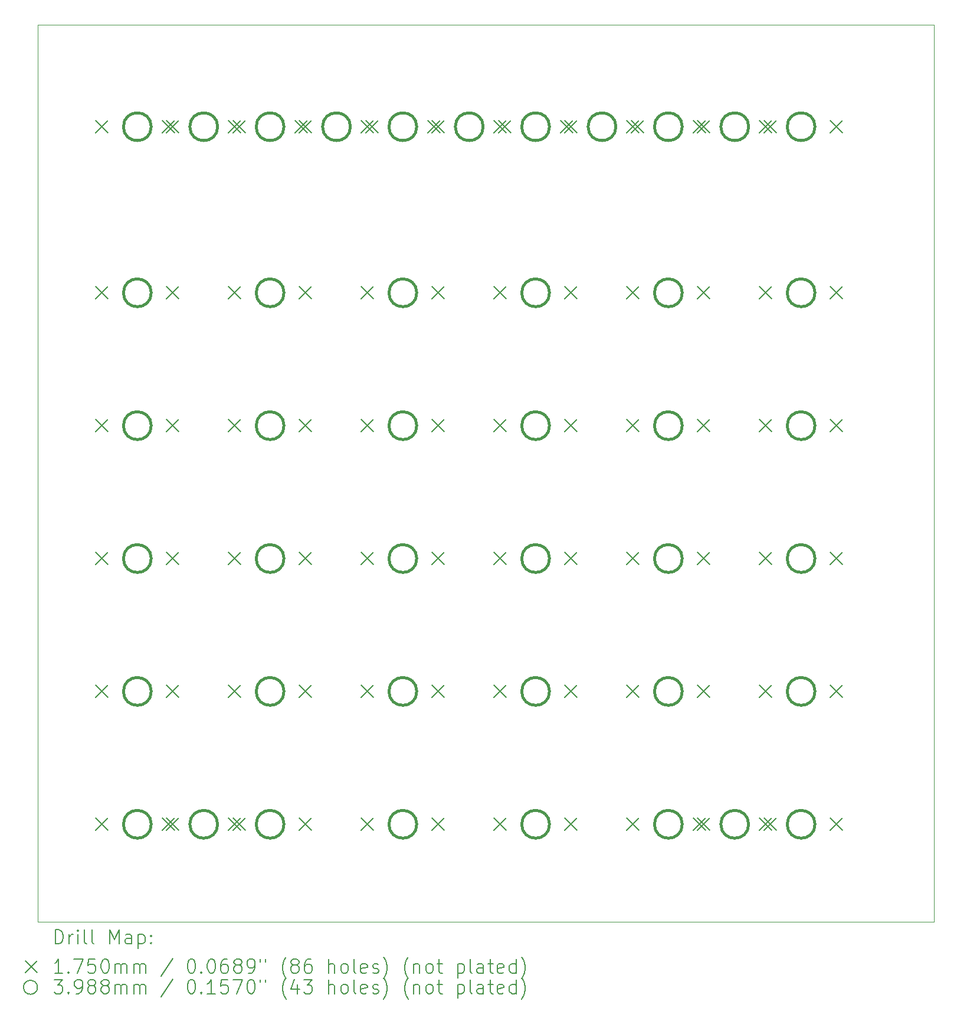
<source format=gbr>
%TF.GenerationSoftware,KiCad,Pcbnew,(6.0.9)*%
%TF.CreationDate,2022-11-26T17:52:28+01:00*%
%TF.ProjectId,tekskey,74656b73-6b65-4792-9e6b-696361645f70,rev?*%
%TF.SameCoordinates,Original*%
%TF.FileFunction,Drillmap*%
%TF.FilePolarity,Positive*%
%FSLAX45Y45*%
G04 Gerber Fmt 4.5, Leading zero omitted, Abs format (unit mm)*
G04 Created by KiCad (PCBNEW (6.0.9)) date 2022-11-26 17:52:28*
%MOMM*%
%LPD*%
G01*
G04 APERTURE LIST*
%ADD10C,0.100000*%
%ADD11C,0.200000*%
%ADD12C,0.175000*%
%ADD13C,0.398780*%
G04 APERTURE END LIST*
D10*
X3333750Y-2381250D02*
X16192500Y-2381250D01*
X16192500Y-2381250D02*
X16192500Y-15240000D01*
X16192500Y-15240000D02*
X3333750Y-15240000D01*
X3333750Y-15240000D02*
X3333750Y-2381250D01*
D11*
D12*
X4167000Y-3754250D02*
X4342000Y-3929250D01*
X4342000Y-3754250D02*
X4167000Y-3929250D01*
X4167000Y-6135500D02*
X4342000Y-6310500D01*
X4342000Y-6135500D02*
X4167000Y-6310500D01*
X4167000Y-8040500D02*
X4342000Y-8215500D01*
X4342000Y-8040500D02*
X4167000Y-8215500D01*
X4167000Y-9945500D02*
X4342000Y-10120500D01*
X4342000Y-9945500D02*
X4167000Y-10120500D01*
X4167000Y-11850500D02*
X4342000Y-12025500D01*
X4342000Y-11850500D02*
X4167000Y-12025500D01*
X4167000Y-13755500D02*
X4342000Y-13930500D01*
X4342000Y-13755500D02*
X4167000Y-13930500D01*
X5119500Y-3754250D02*
X5294500Y-3929250D01*
X5294500Y-3754250D02*
X5119500Y-3929250D01*
X5119500Y-13755500D02*
X5294500Y-13930500D01*
X5294500Y-13755500D02*
X5119500Y-13930500D01*
X5183000Y-3754250D02*
X5358000Y-3929250D01*
X5358000Y-3754250D02*
X5183000Y-3929250D01*
X5183000Y-6135500D02*
X5358000Y-6310500D01*
X5358000Y-6135500D02*
X5183000Y-6310500D01*
X5183000Y-8040500D02*
X5358000Y-8215500D01*
X5358000Y-8040500D02*
X5183000Y-8215500D01*
X5183000Y-9945500D02*
X5358000Y-10120500D01*
X5358000Y-9945500D02*
X5183000Y-10120500D01*
X5183000Y-11850500D02*
X5358000Y-12025500D01*
X5358000Y-11850500D02*
X5183000Y-12025500D01*
X5183000Y-13755500D02*
X5358000Y-13930500D01*
X5358000Y-13755500D02*
X5183000Y-13930500D01*
X6072000Y-3754250D02*
X6247000Y-3929250D01*
X6247000Y-3754250D02*
X6072000Y-3929250D01*
X6072000Y-6135500D02*
X6247000Y-6310500D01*
X6247000Y-6135500D02*
X6072000Y-6310500D01*
X6072000Y-8040500D02*
X6247000Y-8215500D01*
X6247000Y-8040500D02*
X6072000Y-8215500D01*
X6072000Y-9945500D02*
X6247000Y-10120500D01*
X6247000Y-9945500D02*
X6072000Y-10120500D01*
X6072000Y-11850500D02*
X6247000Y-12025500D01*
X6247000Y-11850500D02*
X6072000Y-12025500D01*
X6072000Y-13755500D02*
X6247000Y-13930500D01*
X6247000Y-13755500D02*
X6072000Y-13930500D01*
X6135500Y-3754250D02*
X6310500Y-3929250D01*
X6310500Y-3754250D02*
X6135500Y-3929250D01*
X6135500Y-13755500D02*
X6310500Y-13930500D01*
X6310500Y-13755500D02*
X6135500Y-13930500D01*
X7024500Y-3754250D02*
X7199500Y-3929250D01*
X7199500Y-3754250D02*
X7024500Y-3929250D01*
X7088000Y-3754250D02*
X7263000Y-3929250D01*
X7263000Y-3754250D02*
X7088000Y-3929250D01*
X7088000Y-6135500D02*
X7263000Y-6310500D01*
X7263000Y-6135500D02*
X7088000Y-6310500D01*
X7088000Y-8040500D02*
X7263000Y-8215500D01*
X7263000Y-8040500D02*
X7088000Y-8215500D01*
X7088000Y-9945500D02*
X7263000Y-10120500D01*
X7263000Y-9945500D02*
X7088000Y-10120500D01*
X7088000Y-11850500D02*
X7263000Y-12025500D01*
X7263000Y-11850500D02*
X7088000Y-12025500D01*
X7088000Y-13755500D02*
X7263000Y-13930500D01*
X7263000Y-13755500D02*
X7088000Y-13930500D01*
X7977000Y-3754250D02*
X8152000Y-3929250D01*
X8152000Y-3754250D02*
X7977000Y-3929250D01*
X7977000Y-6135500D02*
X8152000Y-6310500D01*
X8152000Y-6135500D02*
X7977000Y-6310500D01*
X7977000Y-8040500D02*
X8152000Y-8215500D01*
X8152000Y-8040500D02*
X7977000Y-8215500D01*
X7977000Y-9945500D02*
X8152000Y-10120500D01*
X8152000Y-9945500D02*
X7977000Y-10120500D01*
X7977000Y-11850500D02*
X8152000Y-12025500D01*
X8152000Y-11850500D02*
X7977000Y-12025500D01*
X7977000Y-13755500D02*
X8152000Y-13930500D01*
X8152000Y-13755500D02*
X7977000Y-13930500D01*
X8040500Y-3754250D02*
X8215500Y-3929250D01*
X8215500Y-3754250D02*
X8040500Y-3929250D01*
X8929500Y-3754250D02*
X9104500Y-3929250D01*
X9104500Y-3754250D02*
X8929500Y-3929250D01*
X8993000Y-3754250D02*
X9168000Y-3929250D01*
X9168000Y-3754250D02*
X8993000Y-3929250D01*
X8993000Y-6135500D02*
X9168000Y-6310500D01*
X9168000Y-6135500D02*
X8993000Y-6310500D01*
X8993000Y-8040500D02*
X9168000Y-8215500D01*
X9168000Y-8040500D02*
X8993000Y-8215500D01*
X8993000Y-9945500D02*
X9168000Y-10120500D01*
X9168000Y-9945500D02*
X8993000Y-10120500D01*
X8993000Y-11850500D02*
X9168000Y-12025500D01*
X9168000Y-11850500D02*
X8993000Y-12025500D01*
X8993000Y-13755500D02*
X9168000Y-13930500D01*
X9168000Y-13755500D02*
X8993000Y-13930500D01*
X9882000Y-3754250D02*
X10057000Y-3929250D01*
X10057000Y-3754250D02*
X9882000Y-3929250D01*
X9882000Y-6135500D02*
X10057000Y-6310500D01*
X10057000Y-6135500D02*
X9882000Y-6310500D01*
X9882000Y-8040500D02*
X10057000Y-8215500D01*
X10057000Y-8040500D02*
X9882000Y-8215500D01*
X9882000Y-9945500D02*
X10057000Y-10120500D01*
X10057000Y-9945500D02*
X9882000Y-10120500D01*
X9882000Y-11850500D02*
X10057000Y-12025500D01*
X10057000Y-11850500D02*
X9882000Y-12025500D01*
X9882000Y-13755500D02*
X10057000Y-13930500D01*
X10057000Y-13755500D02*
X9882000Y-13930500D01*
X9945500Y-3754250D02*
X10120500Y-3929250D01*
X10120500Y-3754250D02*
X9945500Y-3929250D01*
X10834500Y-3754250D02*
X11009500Y-3929250D01*
X11009500Y-3754250D02*
X10834500Y-3929250D01*
X10898000Y-3754250D02*
X11073000Y-3929250D01*
X11073000Y-3754250D02*
X10898000Y-3929250D01*
X10898000Y-6135500D02*
X11073000Y-6310500D01*
X11073000Y-6135500D02*
X10898000Y-6310500D01*
X10898000Y-8040500D02*
X11073000Y-8215500D01*
X11073000Y-8040500D02*
X10898000Y-8215500D01*
X10898000Y-9945500D02*
X11073000Y-10120500D01*
X11073000Y-9945500D02*
X10898000Y-10120500D01*
X10898000Y-11850500D02*
X11073000Y-12025500D01*
X11073000Y-11850500D02*
X10898000Y-12025500D01*
X10898000Y-13755500D02*
X11073000Y-13930500D01*
X11073000Y-13755500D02*
X10898000Y-13930500D01*
X11787000Y-3754250D02*
X11962000Y-3929250D01*
X11962000Y-3754250D02*
X11787000Y-3929250D01*
X11787000Y-6135500D02*
X11962000Y-6310500D01*
X11962000Y-6135500D02*
X11787000Y-6310500D01*
X11787000Y-8040500D02*
X11962000Y-8215500D01*
X11962000Y-8040500D02*
X11787000Y-8215500D01*
X11787000Y-9945500D02*
X11962000Y-10120500D01*
X11962000Y-9945500D02*
X11787000Y-10120500D01*
X11787000Y-11850500D02*
X11962000Y-12025500D01*
X11962000Y-11850500D02*
X11787000Y-12025500D01*
X11787000Y-13755500D02*
X11962000Y-13930500D01*
X11962000Y-13755500D02*
X11787000Y-13930500D01*
X11850500Y-3754250D02*
X12025500Y-3929250D01*
X12025500Y-3754250D02*
X11850500Y-3929250D01*
X12739500Y-3754250D02*
X12914500Y-3929250D01*
X12914500Y-3754250D02*
X12739500Y-3929250D01*
X12739500Y-13755500D02*
X12914500Y-13930500D01*
X12914500Y-13755500D02*
X12739500Y-13930500D01*
X12803000Y-3754250D02*
X12978000Y-3929250D01*
X12978000Y-3754250D02*
X12803000Y-3929250D01*
X12803000Y-6135500D02*
X12978000Y-6310500D01*
X12978000Y-6135500D02*
X12803000Y-6310500D01*
X12803000Y-8040500D02*
X12978000Y-8215500D01*
X12978000Y-8040500D02*
X12803000Y-8215500D01*
X12803000Y-9945500D02*
X12978000Y-10120500D01*
X12978000Y-9945500D02*
X12803000Y-10120500D01*
X12803000Y-11850500D02*
X12978000Y-12025500D01*
X12978000Y-11850500D02*
X12803000Y-12025500D01*
X12803000Y-13755500D02*
X12978000Y-13930500D01*
X12978000Y-13755500D02*
X12803000Y-13930500D01*
X13692000Y-3754250D02*
X13867000Y-3929250D01*
X13867000Y-3754250D02*
X13692000Y-3929250D01*
X13692000Y-6135500D02*
X13867000Y-6310500D01*
X13867000Y-6135500D02*
X13692000Y-6310500D01*
X13692000Y-8040500D02*
X13867000Y-8215500D01*
X13867000Y-8040500D02*
X13692000Y-8215500D01*
X13692000Y-9945500D02*
X13867000Y-10120500D01*
X13867000Y-9945500D02*
X13692000Y-10120500D01*
X13692000Y-11850500D02*
X13867000Y-12025500D01*
X13867000Y-11850500D02*
X13692000Y-12025500D01*
X13692000Y-13755500D02*
X13867000Y-13930500D01*
X13867000Y-13755500D02*
X13692000Y-13930500D01*
X13755500Y-3754250D02*
X13930500Y-3929250D01*
X13930500Y-3754250D02*
X13755500Y-3929250D01*
X13755500Y-13755500D02*
X13930500Y-13930500D01*
X13930500Y-13755500D02*
X13755500Y-13930500D01*
X14708000Y-3754250D02*
X14883000Y-3929250D01*
X14883000Y-3754250D02*
X14708000Y-3929250D01*
X14708000Y-6135500D02*
X14883000Y-6310500D01*
X14883000Y-6135500D02*
X14708000Y-6310500D01*
X14708000Y-8040500D02*
X14883000Y-8215500D01*
X14883000Y-8040500D02*
X14708000Y-8215500D01*
X14708000Y-9945500D02*
X14883000Y-10120500D01*
X14883000Y-9945500D02*
X14708000Y-10120500D01*
X14708000Y-11850500D02*
X14883000Y-12025500D01*
X14883000Y-11850500D02*
X14708000Y-12025500D01*
X14708000Y-13755500D02*
X14883000Y-13930500D01*
X14883000Y-13755500D02*
X14708000Y-13930500D01*
D13*
X4961890Y-3841750D02*
G75*
G03*
X4961890Y-3841750I-199390J0D01*
G01*
X4961890Y-6223000D02*
G75*
G03*
X4961890Y-6223000I-199390J0D01*
G01*
X4961890Y-8128000D02*
G75*
G03*
X4961890Y-8128000I-199390J0D01*
G01*
X4961890Y-10033000D02*
G75*
G03*
X4961890Y-10033000I-199390J0D01*
G01*
X4961890Y-11938000D02*
G75*
G03*
X4961890Y-11938000I-199390J0D01*
G01*
X4961890Y-13843000D02*
G75*
G03*
X4961890Y-13843000I-199390J0D01*
G01*
X5914390Y-3841750D02*
G75*
G03*
X5914390Y-3841750I-199390J0D01*
G01*
X5914390Y-13843000D02*
G75*
G03*
X5914390Y-13843000I-199390J0D01*
G01*
X6866890Y-3841750D02*
G75*
G03*
X6866890Y-3841750I-199390J0D01*
G01*
X6866890Y-6223000D02*
G75*
G03*
X6866890Y-6223000I-199390J0D01*
G01*
X6866890Y-8128000D02*
G75*
G03*
X6866890Y-8128000I-199390J0D01*
G01*
X6866890Y-10033000D02*
G75*
G03*
X6866890Y-10033000I-199390J0D01*
G01*
X6866890Y-11938000D02*
G75*
G03*
X6866890Y-11938000I-199390J0D01*
G01*
X6866890Y-13843000D02*
G75*
G03*
X6866890Y-13843000I-199390J0D01*
G01*
X7819390Y-3841750D02*
G75*
G03*
X7819390Y-3841750I-199390J0D01*
G01*
X8771890Y-3841750D02*
G75*
G03*
X8771890Y-3841750I-199390J0D01*
G01*
X8771890Y-6223000D02*
G75*
G03*
X8771890Y-6223000I-199390J0D01*
G01*
X8771890Y-8128000D02*
G75*
G03*
X8771890Y-8128000I-199390J0D01*
G01*
X8771890Y-10033000D02*
G75*
G03*
X8771890Y-10033000I-199390J0D01*
G01*
X8771890Y-11938000D02*
G75*
G03*
X8771890Y-11938000I-199390J0D01*
G01*
X8771890Y-13843000D02*
G75*
G03*
X8771890Y-13843000I-199390J0D01*
G01*
X9724390Y-3841750D02*
G75*
G03*
X9724390Y-3841750I-199390J0D01*
G01*
X10676890Y-3841750D02*
G75*
G03*
X10676890Y-3841750I-199390J0D01*
G01*
X10676890Y-6223000D02*
G75*
G03*
X10676890Y-6223000I-199390J0D01*
G01*
X10676890Y-8128000D02*
G75*
G03*
X10676890Y-8128000I-199390J0D01*
G01*
X10676890Y-10033000D02*
G75*
G03*
X10676890Y-10033000I-199390J0D01*
G01*
X10676890Y-11938000D02*
G75*
G03*
X10676890Y-11938000I-199390J0D01*
G01*
X10676890Y-13843000D02*
G75*
G03*
X10676890Y-13843000I-199390J0D01*
G01*
X11629390Y-3841750D02*
G75*
G03*
X11629390Y-3841750I-199390J0D01*
G01*
X12581890Y-3841750D02*
G75*
G03*
X12581890Y-3841750I-199390J0D01*
G01*
X12581890Y-6223000D02*
G75*
G03*
X12581890Y-6223000I-199390J0D01*
G01*
X12581890Y-8128000D02*
G75*
G03*
X12581890Y-8128000I-199390J0D01*
G01*
X12581890Y-10033000D02*
G75*
G03*
X12581890Y-10033000I-199390J0D01*
G01*
X12581890Y-11938000D02*
G75*
G03*
X12581890Y-11938000I-199390J0D01*
G01*
X12581890Y-13843000D02*
G75*
G03*
X12581890Y-13843000I-199390J0D01*
G01*
X13534390Y-3841750D02*
G75*
G03*
X13534390Y-3841750I-199390J0D01*
G01*
X13534390Y-13843000D02*
G75*
G03*
X13534390Y-13843000I-199390J0D01*
G01*
X14486890Y-3841750D02*
G75*
G03*
X14486890Y-3841750I-199390J0D01*
G01*
X14486890Y-6223000D02*
G75*
G03*
X14486890Y-6223000I-199390J0D01*
G01*
X14486890Y-8128000D02*
G75*
G03*
X14486890Y-8128000I-199390J0D01*
G01*
X14486890Y-10033000D02*
G75*
G03*
X14486890Y-10033000I-199390J0D01*
G01*
X14486890Y-11938000D02*
G75*
G03*
X14486890Y-11938000I-199390J0D01*
G01*
X14486890Y-13843000D02*
G75*
G03*
X14486890Y-13843000I-199390J0D01*
G01*
D11*
X3586369Y-15555476D02*
X3586369Y-15355476D01*
X3633988Y-15355476D01*
X3662559Y-15365000D01*
X3681607Y-15384048D01*
X3691131Y-15403095D01*
X3700655Y-15441190D01*
X3700655Y-15469762D01*
X3691131Y-15507857D01*
X3681607Y-15526905D01*
X3662559Y-15545952D01*
X3633988Y-15555476D01*
X3586369Y-15555476D01*
X3786369Y-15555476D02*
X3786369Y-15422143D01*
X3786369Y-15460238D02*
X3795893Y-15441190D01*
X3805417Y-15431667D01*
X3824464Y-15422143D01*
X3843512Y-15422143D01*
X3910178Y-15555476D02*
X3910178Y-15422143D01*
X3910178Y-15355476D02*
X3900655Y-15365000D01*
X3910178Y-15374524D01*
X3919702Y-15365000D01*
X3910178Y-15355476D01*
X3910178Y-15374524D01*
X4033988Y-15555476D02*
X4014940Y-15545952D01*
X4005417Y-15526905D01*
X4005417Y-15355476D01*
X4138750Y-15555476D02*
X4119702Y-15545952D01*
X4110178Y-15526905D01*
X4110178Y-15355476D01*
X4367321Y-15555476D02*
X4367321Y-15355476D01*
X4433988Y-15498333D01*
X4500655Y-15355476D01*
X4500655Y-15555476D01*
X4681607Y-15555476D02*
X4681607Y-15450714D01*
X4672083Y-15431667D01*
X4653036Y-15422143D01*
X4614940Y-15422143D01*
X4595893Y-15431667D01*
X4681607Y-15545952D02*
X4662560Y-15555476D01*
X4614940Y-15555476D01*
X4595893Y-15545952D01*
X4586369Y-15526905D01*
X4586369Y-15507857D01*
X4595893Y-15488809D01*
X4614940Y-15479286D01*
X4662560Y-15479286D01*
X4681607Y-15469762D01*
X4776845Y-15422143D02*
X4776845Y-15622143D01*
X4776845Y-15431667D02*
X4795893Y-15422143D01*
X4833988Y-15422143D01*
X4853036Y-15431667D01*
X4862560Y-15441190D01*
X4872083Y-15460238D01*
X4872083Y-15517381D01*
X4862560Y-15536428D01*
X4853036Y-15545952D01*
X4833988Y-15555476D01*
X4795893Y-15555476D01*
X4776845Y-15545952D01*
X4957798Y-15536428D02*
X4967321Y-15545952D01*
X4957798Y-15555476D01*
X4948274Y-15545952D01*
X4957798Y-15536428D01*
X4957798Y-15555476D01*
X4957798Y-15431667D02*
X4967321Y-15441190D01*
X4957798Y-15450714D01*
X4948274Y-15441190D01*
X4957798Y-15431667D01*
X4957798Y-15450714D01*
D12*
X3153750Y-15797500D02*
X3328750Y-15972500D01*
X3328750Y-15797500D02*
X3153750Y-15972500D01*
D11*
X3691131Y-15975476D02*
X3576845Y-15975476D01*
X3633988Y-15975476D02*
X3633988Y-15775476D01*
X3614940Y-15804048D01*
X3595893Y-15823095D01*
X3576845Y-15832619D01*
X3776845Y-15956428D02*
X3786369Y-15965952D01*
X3776845Y-15975476D01*
X3767321Y-15965952D01*
X3776845Y-15956428D01*
X3776845Y-15975476D01*
X3853036Y-15775476D02*
X3986369Y-15775476D01*
X3900655Y-15975476D01*
X4157798Y-15775476D02*
X4062559Y-15775476D01*
X4053036Y-15870714D01*
X4062559Y-15861190D01*
X4081607Y-15851667D01*
X4129226Y-15851667D01*
X4148274Y-15861190D01*
X4157798Y-15870714D01*
X4167321Y-15889762D01*
X4167321Y-15937381D01*
X4157798Y-15956428D01*
X4148274Y-15965952D01*
X4129226Y-15975476D01*
X4081607Y-15975476D01*
X4062559Y-15965952D01*
X4053036Y-15956428D01*
X4291131Y-15775476D02*
X4310179Y-15775476D01*
X4329226Y-15785000D01*
X4338750Y-15794524D01*
X4348274Y-15813571D01*
X4357798Y-15851667D01*
X4357798Y-15899286D01*
X4348274Y-15937381D01*
X4338750Y-15956428D01*
X4329226Y-15965952D01*
X4310179Y-15975476D01*
X4291131Y-15975476D01*
X4272083Y-15965952D01*
X4262560Y-15956428D01*
X4253036Y-15937381D01*
X4243512Y-15899286D01*
X4243512Y-15851667D01*
X4253036Y-15813571D01*
X4262560Y-15794524D01*
X4272083Y-15785000D01*
X4291131Y-15775476D01*
X4443512Y-15975476D02*
X4443512Y-15842143D01*
X4443512Y-15861190D02*
X4453036Y-15851667D01*
X4472083Y-15842143D01*
X4500655Y-15842143D01*
X4519702Y-15851667D01*
X4529226Y-15870714D01*
X4529226Y-15975476D01*
X4529226Y-15870714D02*
X4538750Y-15851667D01*
X4557798Y-15842143D01*
X4586369Y-15842143D01*
X4605417Y-15851667D01*
X4614940Y-15870714D01*
X4614940Y-15975476D01*
X4710179Y-15975476D02*
X4710179Y-15842143D01*
X4710179Y-15861190D02*
X4719702Y-15851667D01*
X4738750Y-15842143D01*
X4767321Y-15842143D01*
X4786369Y-15851667D01*
X4795893Y-15870714D01*
X4795893Y-15975476D01*
X4795893Y-15870714D02*
X4805417Y-15851667D01*
X4824464Y-15842143D01*
X4853036Y-15842143D01*
X4872083Y-15851667D01*
X4881607Y-15870714D01*
X4881607Y-15975476D01*
X5272083Y-15765952D02*
X5100655Y-16023095D01*
X5529226Y-15775476D02*
X5548274Y-15775476D01*
X5567321Y-15785000D01*
X5576845Y-15794524D01*
X5586369Y-15813571D01*
X5595893Y-15851667D01*
X5595893Y-15899286D01*
X5586369Y-15937381D01*
X5576845Y-15956428D01*
X5567321Y-15965952D01*
X5548274Y-15975476D01*
X5529226Y-15975476D01*
X5510179Y-15965952D01*
X5500655Y-15956428D01*
X5491131Y-15937381D01*
X5481607Y-15899286D01*
X5481607Y-15851667D01*
X5491131Y-15813571D01*
X5500655Y-15794524D01*
X5510179Y-15785000D01*
X5529226Y-15775476D01*
X5681607Y-15956428D02*
X5691131Y-15965952D01*
X5681607Y-15975476D01*
X5672083Y-15965952D01*
X5681607Y-15956428D01*
X5681607Y-15975476D01*
X5814940Y-15775476D02*
X5833988Y-15775476D01*
X5853036Y-15785000D01*
X5862559Y-15794524D01*
X5872083Y-15813571D01*
X5881607Y-15851667D01*
X5881607Y-15899286D01*
X5872083Y-15937381D01*
X5862559Y-15956428D01*
X5853036Y-15965952D01*
X5833988Y-15975476D01*
X5814940Y-15975476D01*
X5795893Y-15965952D01*
X5786369Y-15956428D01*
X5776845Y-15937381D01*
X5767321Y-15899286D01*
X5767321Y-15851667D01*
X5776845Y-15813571D01*
X5786369Y-15794524D01*
X5795893Y-15785000D01*
X5814940Y-15775476D01*
X6053036Y-15775476D02*
X6014940Y-15775476D01*
X5995893Y-15785000D01*
X5986369Y-15794524D01*
X5967321Y-15823095D01*
X5957798Y-15861190D01*
X5957798Y-15937381D01*
X5967321Y-15956428D01*
X5976845Y-15965952D01*
X5995893Y-15975476D01*
X6033988Y-15975476D01*
X6053036Y-15965952D01*
X6062559Y-15956428D01*
X6072083Y-15937381D01*
X6072083Y-15889762D01*
X6062559Y-15870714D01*
X6053036Y-15861190D01*
X6033988Y-15851667D01*
X5995893Y-15851667D01*
X5976845Y-15861190D01*
X5967321Y-15870714D01*
X5957798Y-15889762D01*
X6186369Y-15861190D02*
X6167321Y-15851667D01*
X6157798Y-15842143D01*
X6148274Y-15823095D01*
X6148274Y-15813571D01*
X6157798Y-15794524D01*
X6167321Y-15785000D01*
X6186369Y-15775476D01*
X6224464Y-15775476D01*
X6243512Y-15785000D01*
X6253036Y-15794524D01*
X6262559Y-15813571D01*
X6262559Y-15823095D01*
X6253036Y-15842143D01*
X6243512Y-15851667D01*
X6224464Y-15861190D01*
X6186369Y-15861190D01*
X6167321Y-15870714D01*
X6157798Y-15880238D01*
X6148274Y-15899286D01*
X6148274Y-15937381D01*
X6157798Y-15956428D01*
X6167321Y-15965952D01*
X6186369Y-15975476D01*
X6224464Y-15975476D01*
X6243512Y-15965952D01*
X6253036Y-15956428D01*
X6262559Y-15937381D01*
X6262559Y-15899286D01*
X6253036Y-15880238D01*
X6243512Y-15870714D01*
X6224464Y-15861190D01*
X6357798Y-15975476D02*
X6395893Y-15975476D01*
X6414940Y-15965952D01*
X6424464Y-15956428D01*
X6443512Y-15927857D01*
X6453036Y-15889762D01*
X6453036Y-15813571D01*
X6443512Y-15794524D01*
X6433988Y-15785000D01*
X6414940Y-15775476D01*
X6376845Y-15775476D01*
X6357798Y-15785000D01*
X6348274Y-15794524D01*
X6338750Y-15813571D01*
X6338750Y-15861190D01*
X6348274Y-15880238D01*
X6357798Y-15889762D01*
X6376845Y-15899286D01*
X6414940Y-15899286D01*
X6433988Y-15889762D01*
X6443512Y-15880238D01*
X6453036Y-15861190D01*
X6529226Y-15775476D02*
X6529226Y-15813571D01*
X6605417Y-15775476D02*
X6605417Y-15813571D01*
X6900655Y-16051667D02*
X6891131Y-16042143D01*
X6872083Y-16013571D01*
X6862559Y-15994524D01*
X6853036Y-15965952D01*
X6843512Y-15918333D01*
X6843512Y-15880238D01*
X6853036Y-15832619D01*
X6862559Y-15804048D01*
X6872083Y-15785000D01*
X6891131Y-15756428D01*
X6900655Y-15746905D01*
X7005417Y-15861190D02*
X6986369Y-15851667D01*
X6976845Y-15842143D01*
X6967321Y-15823095D01*
X6967321Y-15813571D01*
X6976845Y-15794524D01*
X6986369Y-15785000D01*
X7005417Y-15775476D01*
X7043512Y-15775476D01*
X7062559Y-15785000D01*
X7072083Y-15794524D01*
X7081607Y-15813571D01*
X7081607Y-15823095D01*
X7072083Y-15842143D01*
X7062559Y-15851667D01*
X7043512Y-15861190D01*
X7005417Y-15861190D01*
X6986369Y-15870714D01*
X6976845Y-15880238D01*
X6967321Y-15899286D01*
X6967321Y-15937381D01*
X6976845Y-15956428D01*
X6986369Y-15965952D01*
X7005417Y-15975476D01*
X7043512Y-15975476D01*
X7062559Y-15965952D01*
X7072083Y-15956428D01*
X7081607Y-15937381D01*
X7081607Y-15899286D01*
X7072083Y-15880238D01*
X7062559Y-15870714D01*
X7043512Y-15861190D01*
X7253036Y-15775476D02*
X7214940Y-15775476D01*
X7195893Y-15785000D01*
X7186369Y-15794524D01*
X7167321Y-15823095D01*
X7157798Y-15861190D01*
X7157798Y-15937381D01*
X7167321Y-15956428D01*
X7176845Y-15965952D01*
X7195893Y-15975476D01*
X7233988Y-15975476D01*
X7253036Y-15965952D01*
X7262559Y-15956428D01*
X7272083Y-15937381D01*
X7272083Y-15889762D01*
X7262559Y-15870714D01*
X7253036Y-15861190D01*
X7233988Y-15851667D01*
X7195893Y-15851667D01*
X7176845Y-15861190D01*
X7167321Y-15870714D01*
X7157798Y-15889762D01*
X7510178Y-15975476D02*
X7510178Y-15775476D01*
X7595893Y-15975476D02*
X7595893Y-15870714D01*
X7586369Y-15851667D01*
X7567321Y-15842143D01*
X7538750Y-15842143D01*
X7519702Y-15851667D01*
X7510178Y-15861190D01*
X7719702Y-15975476D02*
X7700655Y-15965952D01*
X7691131Y-15956428D01*
X7681607Y-15937381D01*
X7681607Y-15880238D01*
X7691131Y-15861190D01*
X7700655Y-15851667D01*
X7719702Y-15842143D01*
X7748274Y-15842143D01*
X7767321Y-15851667D01*
X7776845Y-15861190D01*
X7786369Y-15880238D01*
X7786369Y-15937381D01*
X7776845Y-15956428D01*
X7767321Y-15965952D01*
X7748274Y-15975476D01*
X7719702Y-15975476D01*
X7900655Y-15975476D02*
X7881607Y-15965952D01*
X7872083Y-15946905D01*
X7872083Y-15775476D01*
X8053036Y-15965952D02*
X8033988Y-15975476D01*
X7995893Y-15975476D01*
X7976845Y-15965952D01*
X7967321Y-15946905D01*
X7967321Y-15870714D01*
X7976845Y-15851667D01*
X7995893Y-15842143D01*
X8033988Y-15842143D01*
X8053036Y-15851667D01*
X8062559Y-15870714D01*
X8062559Y-15889762D01*
X7967321Y-15908809D01*
X8138750Y-15965952D02*
X8157798Y-15975476D01*
X8195893Y-15975476D01*
X8214940Y-15965952D01*
X8224464Y-15946905D01*
X8224464Y-15937381D01*
X8214940Y-15918333D01*
X8195893Y-15908809D01*
X8167321Y-15908809D01*
X8148274Y-15899286D01*
X8138750Y-15880238D01*
X8138750Y-15870714D01*
X8148274Y-15851667D01*
X8167321Y-15842143D01*
X8195893Y-15842143D01*
X8214940Y-15851667D01*
X8291131Y-16051667D02*
X8300655Y-16042143D01*
X8319702Y-16013571D01*
X8329226Y-15994524D01*
X8338750Y-15965952D01*
X8348274Y-15918333D01*
X8348274Y-15880238D01*
X8338750Y-15832619D01*
X8329226Y-15804048D01*
X8319702Y-15785000D01*
X8300655Y-15756428D01*
X8291131Y-15746905D01*
X8653036Y-16051667D02*
X8643512Y-16042143D01*
X8624464Y-16013571D01*
X8614940Y-15994524D01*
X8605417Y-15965952D01*
X8595893Y-15918333D01*
X8595893Y-15880238D01*
X8605417Y-15832619D01*
X8614940Y-15804048D01*
X8624464Y-15785000D01*
X8643512Y-15756428D01*
X8653036Y-15746905D01*
X8729226Y-15842143D02*
X8729226Y-15975476D01*
X8729226Y-15861190D02*
X8738750Y-15851667D01*
X8757798Y-15842143D01*
X8786369Y-15842143D01*
X8805417Y-15851667D01*
X8814940Y-15870714D01*
X8814940Y-15975476D01*
X8938750Y-15975476D02*
X8919702Y-15965952D01*
X8910179Y-15956428D01*
X8900655Y-15937381D01*
X8900655Y-15880238D01*
X8910179Y-15861190D01*
X8919702Y-15851667D01*
X8938750Y-15842143D01*
X8967321Y-15842143D01*
X8986369Y-15851667D01*
X8995893Y-15861190D01*
X9005417Y-15880238D01*
X9005417Y-15937381D01*
X8995893Y-15956428D01*
X8986369Y-15965952D01*
X8967321Y-15975476D01*
X8938750Y-15975476D01*
X9062560Y-15842143D02*
X9138750Y-15842143D01*
X9091131Y-15775476D02*
X9091131Y-15946905D01*
X9100655Y-15965952D01*
X9119702Y-15975476D01*
X9138750Y-15975476D01*
X9357798Y-15842143D02*
X9357798Y-16042143D01*
X9357798Y-15851667D02*
X9376845Y-15842143D01*
X9414940Y-15842143D01*
X9433988Y-15851667D01*
X9443512Y-15861190D01*
X9453036Y-15880238D01*
X9453036Y-15937381D01*
X9443512Y-15956428D01*
X9433988Y-15965952D01*
X9414940Y-15975476D01*
X9376845Y-15975476D01*
X9357798Y-15965952D01*
X9567321Y-15975476D02*
X9548274Y-15965952D01*
X9538750Y-15946905D01*
X9538750Y-15775476D01*
X9729226Y-15975476D02*
X9729226Y-15870714D01*
X9719702Y-15851667D01*
X9700655Y-15842143D01*
X9662560Y-15842143D01*
X9643512Y-15851667D01*
X9729226Y-15965952D02*
X9710179Y-15975476D01*
X9662560Y-15975476D01*
X9643512Y-15965952D01*
X9633988Y-15946905D01*
X9633988Y-15927857D01*
X9643512Y-15908809D01*
X9662560Y-15899286D01*
X9710179Y-15899286D01*
X9729226Y-15889762D01*
X9795893Y-15842143D02*
X9872083Y-15842143D01*
X9824464Y-15775476D02*
X9824464Y-15946905D01*
X9833988Y-15965952D01*
X9853036Y-15975476D01*
X9872083Y-15975476D01*
X10014940Y-15965952D02*
X9995893Y-15975476D01*
X9957798Y-15975476D01*
X9938750Y-15965952D01*
X9929226Y-15946905D01*
X9929226Y-15870714D01*
X9938750Y-15851667D01*
X9957798Y-15842143D01*
X9995893Y-15842143D01*
X10014940Y-15851667D01*
X10024464Y-15870714D01*
X10024464Y-15889762D01*
X9929226Y-15908809D01*
X10195893Y-15975476D02*
X10195893Y-15775476D01*
X10195893Y-15965952D02*
X10176845Y-15975476D01*
X10138750Y-15975476D01*
X10119702Y-15965952D01*
X10110179Y-15956428D01*
X10100655Y-15937381D01*
X10100655Y-15880238D01*
X10110179Y-15861190D01*
X10119702Y-15851667D01*
X10138750Y-15842143D01*
X10176845Y-15842143D01*
X10195893Y-15851667D01*
X10272083Y-16051667D02*
X10281607Y-16042143D01*
X10300655Y-16013571D01*
X10310179Y-15994524D01*
X10319702Y-15965952D01*
X10329226Y-15918333D01*
X10329226Y-15880238D01*
X10319702Y-15832619D01*
X10310179Y-15804048D01*
X10300655Y-15785000D01*
X10281607Y-15756428D01*
X10272083Y-15746905D01*
X3328750Y-16180000D02*
G75*
G03*
X3328750Y-16180000I-100000J0D01*
G01*
X3567321Y-16070476D02*
X3691131Y-16070476D01*
X3624464Y-16146667D01*
X3653036Y-16146667D01*
X3672083Y-16156190D01*
X3681607Y-16165714D01*
X3691131Y-16184762D01*
X3691131Y-16232381D01*
X3681607Y-16251428D01*
X3672083Y-16260952D01*
X3653036Y-16270476D01*
X3595893Y-16270476D01*
X3576845Y-16260952D01*
X3567321Y-16251428D01*
X3776845Y-16251428D02*
X3786369Y-16260952D01*
X3776845Y-16270476D01*
X3767321Y-16260952D01*
X3776845Y-16251428D01*
X3776845Y-16270476D01*
X3881607Y-16270476D02*
X3919702Y-16270476D01*
X3938750Y-16260952D01*
X3948274Y-16251428D01*
X3967321Y-16222857D01*
X3976845Y-16184762D01*
X3976845Y-16108571D01*
X3967321Y-16089524D01*
X3957798Y-16080000D01*
X3938750Y-16070476D01*
X3900655Y-16070476D01*
X3881607Y-16080000D01*
X3872083Y-16089524D01*
X3862559Y-16108571D01*
X3862559Y-16156190D01*
X3872083Y-16175238D01*
X3881607Y-16184762D01*
X3900655Y-16194286D01*
X3938750Y-16194286D01*
X3957798Y-16184762D01*
X3967321Y-16175238D01*
X3976845Y-16156190D01*
X4091131Y-16156190D02*
X4072083Y-16146667D01*
X4062559Y-16137143D01*
X4053036Y-16118095D01*
X4053036Y-16108571D01*
X4062559Y-16089524D01*
X4072083Y-16080000D01*
X4091131Y-16070476D01*
X4129226Y-16070476D01*
X4148274Y-16080000D01*
X4157798Y-16089524D01*
X4167321Y-16108571D01*
X4167321Y-16118095D01*
X4157798Y-16137143D01*
X4148274Y-16146667D01*
X4129226Y-16156190D01*
X4091131Y-16156190D01*
X4072083Y-16165714D01*
X4062559Y-16175238D01*
X4053036Y-16194286D01*
X4053036Y-16232381D01*
X4062559Y-16251428D01*
X4072083Y-16260952D01*
X4091131Y-16270476D01*
X4129226Y-16270476D01*
X4148274Y-16260952D01*
X4157798Y-16251428D01*
X4167321Y-16232381D01*
X4167321Y-16194286D01*
X4157798Y-16175238D01*
X4148274Y-16165714D01*
X4129226Y-16156190D01*
X4281607Y-16156190D02*
X4262560Y-16146667D01*
X4253036Y-16137143D01*
X4243512Y-16118095D01*
X4243512Y-16108571D01*
X4253036Y-16089524D01*
X4262560Y-16080000D01*
X4281607Y-16070476D01*
X4319702Y-16070476D01*
X4338750Y-16080000D01*
X4348274Y-16089524D01*
X4357798Y-16108571D01*
X4357798Y-16118095D01*
X4348274Y-16137143D01*
X4338750Y-16146667D01*
X4319702Y-16156190D01*
X4281607Y-16156190D01*
X4262560Y-16165714D01*
X4253036Y-16175238D01*
X4243512Y-16194286D01*
X4243512Y-16232381D01*
X4253036Y-16251428D01*
X4262560Y-16260952D01*
X4281607Y-16270476D01*
X4319702Y-16270476D01*
X4338750Y-16260952D01*
X4348274Y-16251428D01*
X4357798Y-16232381D01*
X4357798Y-16194286D01*
X4348274Y-16175238D01*
X4338750Y-16165714D01*
X4319702Y-16156190D01*
X4443512Y-16270476D02*
X4443512Y-16137143D01*
X4443512Y-16156190D02*
X4453036Y-16146667D01*
X4472083Y-16137143D01*
X4500655Y-16137143D01*
X4519702Y-16146667D01*
X4529226Y-16165714D01*
X4529226Y-16270476D01*
X4529226Y-16165714D02*
X4538750Y-16146667D01*
X4557798Y-16137143D01*
X4586369Y-16137143D01*
X4605417Y-16146667D01*
X4614940Y-16165714D01*
X4614940Y-16270476D01*
X4710179Y-16270476D02*
X4710179Y-16137143D01*
X4710179Y-16156190D02*
X4719702Y-16146667D01*
X4738750Y-16137143D01*
X4767321Y-16137143D01*
X4786369Y-16146667D01*
X4795893Y-16165714D01*
X4795893Y-16270476D01*
X4795893Y-16165714D02*
X4805417Y-16146667D01*
X4824464Y-16137143D01*
X4853036Y-16137143D01*
X4872083Y-16146667D01*
X4881607Y-16165714D01*
X4881607Y-16270476D01*
X5272083Y-16060952D02*
X5100655Y-16318095D01*
X5529226Y-16070476D02*
X5548274Y-16070476D01*
X5567321Y-16080000D01*
X5576845Y-16089524D01*
X5586369Y-16108571D01*
X5595893Y-16146667D01*
X5595893Y-16194286D01*
X5586369Y-16232381D01*
X5576845Y-16251428D01*
X5567321Y-16260952D01*
X5548274Y-16270476D01*
X5529226Y-16270476D01*
X5510179Y-16260952D01*
X5500655Y-16251428D01*
X5491131Y-16232381D01*
X5481607Y-16194286D01*
X5481607Y-16146667D01*
X5491131Y-16108571D01*
X5500655Y-16089524D01*
X5510179Y-16080000D01*
X5529226Y-16070476D01*
X5681607Y-16251428D02*
X5691131Y-16260952D01*
X5681607Y-16270476D01*
X5672083Y-16260952D01*
X5681607Y-16251428D01*
X5681607Y-16270476D01*
X5881607Y-16270476D02*
X5767321Y-16270476D01*
X5824464Y-16270476D02*
X5824464Y-16070476D01*
X5805417Y-16099048D01*
X5786369Y-16118095D01*
X5767321Y-16127619D01*
X6062559Y-16070476D02*
X5967321Y-16070476D01*
X5957798Y-16165714D01*
X5967321Y-16156190D01*
X5986369Y-16146667D01*
X6033988Y-16146667D01*
X6053036Y-16156190D01*
X6062559Y-16165714D01*
X6072083Y-16184762D01*
X6072083Y-16232381D01*
X6062559Y-16251428D01*
X6053036Y-16260952D01*
X6033988Y-16270476D01*
X5986369Y-16270476D01*
X5967321Y-16260952D01*
X5957798Y-16251428D01*
X6138750Y-16070476D02*
X6272083Y-16070476D01*
X6186369Y-16270476D01*
X6386369Y-16070476D02*
X6405417Y-16070476D01*
X6424464Y-16080000D01*
X6433988Y-16089524D01*
X6443512Y-16108571D01*
X6453036Y-16146667D01*
X6453036Y-16194286D01*
X6443512Y-16232381D01*
X6433988Y-16251428D01*
X6424464Y-16260952D01*
X6405417Y-16270476D01*
X6386369Y-16270476D01*
X6367321Y-16260952D01*
X6357798Y-16251428D01*
X6348274Y-16232381D01*
X6338750Y-16194286D01*
X6338750Y-16146667D01*
X6348274Y-16108571D01*
X6357798Y-16089524D01*
X6367321Y-16080000D01*
X6386369Y-16070476D01*
X6529226Y-16070476D02*
X6529226Y-16108571D01*
X6605417Y-16070476D02*
X6605417Y-16108571D01*
X6900655Y-16346667D02*
X6891131Y-16337143D01*
X6872083Y-16308571D01*
X6862559Y-16289524D01*
X6853036Y-16260952D01*
X6843512Y-16213333D01*
X6843512Y-16175238D01*
X6853036Y-16127619D01*
X6862559Y-16099048D01*
X6872083Y-16080000D01*
X6891131Y-16051428D01*
X6900655Y-16041905D01*
X7062559Y-16137143D02*
X7062559Y-16270476D01*
X7014940Y-16060952D02*
X6967321Y-16203809D01*
X7091131Y-16203809D01*
X7148274Y-16070476D02*
X7272083Y-16070476D01*
X7205417Y-16146667D01*
X7233988Y-16146667D01*
X7253036Y-16156190D01*
X7262559Y-16165714D01*
X7272083Y-16184762D01*
X7272083Y-16232381D01*
X7262559Y-16251428D01*
X7253036Y-16260952D01*
X7233988Y-16270476D01*
X7176845Y-16270476D01*
X7157798Y-16260952D01*
X7148274Y-16251428D01*
X7510178Y-16270476D02*
X7510178Y-16070476D01*
X7595893Y-16270476D02*
X7595893Y-16165714D01*
X7586369Y-16146667D01*
X7567321Y-16137143D01*
X7538750Y-16137143D01*
X7519702Y-16146667D01*
X7510178Y-16156190D01*
X7719702Y-16270476D02*
X7700655Y-16260952D01*
X7691131Y-16251428D01*
X7681607Y-16232381D01*
X7681607Y-16175238D01*
X7691131Y-16156190D01*
X7700655Y-16146667D01*
X7719702Y-16137143D01*
X7748274Y-16137143D01*
X7767321Y-16146667D01*
X7776845Y-16156190D01*
X7786369Y-16175238D01*
X7786369Y-16232381D01*
X7776845Y-16251428D01*
X7767321Y-16260952D01*
X7748274Y-16270476D01*
X7719702Y-16270476D01*
X7900655Y-16270476D02*
X7881607Y-16260952D01*
X7872083Y-16241905D01*
X7872083Y-16070476D01*
X8053036Y-16260952D02*
X8033988Y-16270476D01*
X7995893Y-16270476D01*
X7976845Y-16260952D01*
X7967321Y-16241905D01*
X7967321Y-16165714D01*
X7976845Y-16146667D01*
X7995893Y-16137143D01*
X8033988Y-16137143D01*
X8053036Y-16146667D01*
X8062559Y-16165714D01*
X8062559Y-16184762D01*
X7967321Y-16203809D01*
X8138750Y-16260952D02*
X8157798Y-16270476D01*
X8195893Y-16270476D01*
X8214940Y-16260952D01*
X8224464Y-16241905D01*
X8224464Y-16232381D01*
X8214940Y-16213333D01*
X8195893Y-16203809D01*
X8167321Y-16203809D01*
X8148274Y-16194286D01*
X8138750Y-16175238D01*
X8138750Y-16165714D01*
X8148274Y-16146667D01*
X8167321Y-16137143D01*
X8195893Y-16137143D01*
X8214940Y-16146667D01*
X8291131Y-16346667D02*
X8300655Y-16337143D01*
X8319702Y-16308571D01*
X8329226Y-16289524D01*
X8338750Y-16260952D01*
X8348274Y-16213333D01*
X8348274Y-16175238D01*
X8338750Y-16127619D01*
X8329226Y-16099048D01*
X8319702Y-16080000D01*
X8300655Y-16051428D01*
X8291131Y-16041905D01*
X8653036Y-16346667D02*
X8643512Y-16337143D01*
X8624464Y-16308571D01*
X8614940Y-16289524D01*
X8605417Y-16260952D01*
X8595893Y-16213333D01*
X8595893Y-16175238D01*
X8605417Y-16127619D01*
X8614940Y-16099048D01*
X8624464Y-16080000D01*
X8643512Y-16051428D01*
X8653036Y-16041905D01*
X8729226Y-16137143D02*
X8729226Y-16270476D01*
X8729226Y-16156190D02*
X8738750Y-16146667D01*
X8757798Y-16137143D01*
X8786369Y-16137143D01*
X8805417Y-16146667D01*
X8814940Y-16165714D01*
X8814940Y-16270476D01*
X8938750Y-16270476D02*
X8919702Y-16260952D01*
X8910179Y-16251428D01*
X8900655Y-16232381D01*
X8900655Y-16175238D01*
X8910179Y-16156190D01*
X8919702Y-16146667D01*
X8938750Y-16137143D01*
X8967321Y-16137143D01*
X8986369Y-16146667D01*
X8995893Y-16156190D01*
X9005417Y-16175238D01*
X9005417Y-16232381D01*
X8995893Y-16251428D01*
X8986369Y-16260952D01*
X8967321Y-16270476D01*
X8938750Y-16270476D01*
X9062560Y-16137143D02*
X9138750Y-16137143D01*
X9091131Y-16070476D02*
X9091131Y-16241905D01*
X9100655Y-16260952D01*
X9119702Y-16270476D01*
X9138750Y-16270476D01*
X9357798Y-16137143D02*
X9357798Y-16337143D01*
X9357798Y-16146667D02*
X9376845Y-16137143D01*
X9414940Y-16137143D01*
X9433988Y-16146667D01*
X9443512Y-16156190D01*
X9453036Y-16175238D01*
X9453036Y-16232381D01*
X9443512Y-16251428D01*
X9433988Y-16260952D01*
X9414940Y-16270476D01*
X9376845Y-16270476D01*
X9357798Y-16260952D01*
X9567321Y-16270476D02*
X9548274Y-16260952D01*
X9538750Y-16241905D01*
X9538750Y-16070476D01*
X9729226Y-16270476D02*
X9729226Y-16165714D01*
X9719702Y-16146667D01*
X9700655Y-16137143D01*
X9662560Y-16137143D01*
X9643512Y-16146667D01*
X9729226Y-16260952D02*
X9710179Y-16270476D01*
X9662560Y-16270476D01*
X9643512Y-16260952D01*
X9633988Y-16241905D01*
X9633988Y-16222857D01*
X9643512Y-16203809D01*
X9662560Y-16194286D01*
X9710179Y-16194286D01*
X9729226Y-16184762D01*
X9795893Y-16137143D02*
X9872083Y-16137143D01*
X9824464Y-16070476D02*
X9824464Y-16241905D01*
X9833988Y-16260952D01*
X9853036Y-16270476D01*
X9872083Y-16270476D01*
X10014940Y-16260952D02*
X9995893Y-16270476D01*
X9957798Y-16270476D01*
X9938750Y-16260952D01*
X9929226Y-16241905D01*
X9929226Y-16165714D01*
X9938750Y-16146667D01*
X9957798Y-16137143D01*
X9995893Y-16137143D01*
X10014940Y-16146667D01*
X10024464Y-16165714D01*
X10024464Y-16184762D01*
X9929226Y-16203809D01*
X10195893Y-16270476D02*
X10195893Y-16070476D01*
X10195893Y-16260952D02*
X10176845Y-16270476D01*
X10138750Y-16270476D01*
X10119702Y-16260952D01*
X10110179Y-16251428D01*
X10100655Y-16232381D01*
X10100655Y-16175238D01*
X10110179Y-16156190D01*
X10119702Y-16146667D01*
X10138750Y-16137143D01*
X10176845Y-16137143D01*
X10195893Y-16146667D01*
X10272083Y-16346667D02*
X10281607Y-16337143D01*
X10300655Y-16308571D01*
X10310179Y-16289524D01*
X10319702Y-16260952D01*
X10329226Y-16213333D01*
X10329226Y-16175238D01*
X10319702Y-16127619D01*
X10310179Y-16099048D01*
X10300655Y-16080000D01*
X10281607Y-16051428D01*
X10272083Y-16041905D01*
M02*

</source>
